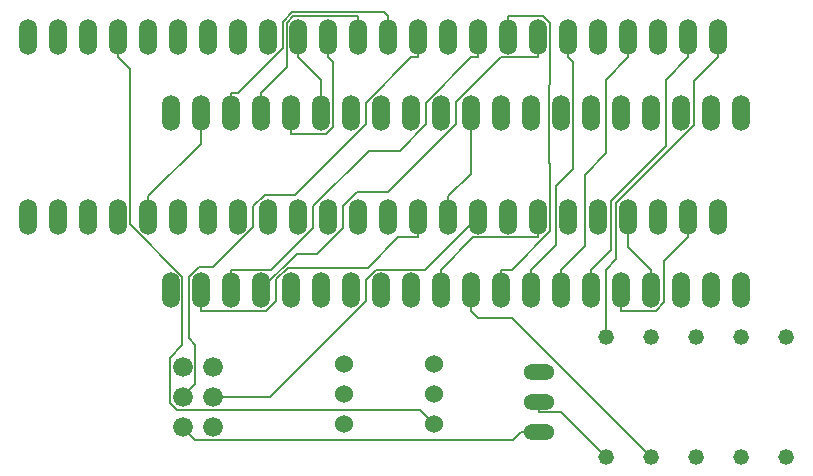
<source format=gbl>
G04 #@! TF.FileFunction,Copper,L2,Bot,Signal*
%FSLAX46Y46*%
G04 Gerber Fmt 4.6, Leading zero omitted, Abs format (unit mm)*
G04 Created by KiCad (PCBNEW 4.0.6) date 06/26/18 14:47:35*
%MOMM*%
%LPD*%
G01*
G04 APERTURE LIST*
%ADD10C,0.100000*%
%ADD11C,1.524000*%
%ADD12O,2.641600X1.320800*%
%ADD13C,1.320800*%
%ADD14C,1.676400*%
%ADD15O,1.506220X3.014980*%
%ADD16C,0.152400*%
G04 APERTURE END LIST*
D10*
D11*
X144780000Y-118745000D03*
X144780000Y-116205000D03*
X144780000Y-121285000D03*
X152400000Y-121285000D03*
X152400000Y-118745000D03*
X152400000Y-116205000D03*
D12*
X161290000Y-119380000D03*
X161290000Y-116840000D03*
X161290000Y-121920000D03*
D13*
X182156000Y-113894000D03*
X182156000Y-124054000D03*
X178346000Y-113894000D03*
X178346000Y-124054000D03*
X174536000Y-113894000D03*
X174536000Y-124054000D03*
X170726000Y-124054000D03*
X170726000Y-113894000D03*
X166916000Y-113894000D03*
X166916000Y-124054000D03*
D14*
X131086000Y-121514000D03*
X131086000Y-118974000D03*
X131086000Y-116434000D03*
X133626000Y-121514000D03*
X133626000Y-118974000D03*
X133626000Y-116434000D03*
D15*
X130086000Y-109957000D03*
X132626000Y-109957000D03*
X135166000Y-109957000D03*
X137706000Y-109957000D03*
X140246000Y-109957000D03*
X142786000Y-109957000D03*
X145326000Y-109957000D03*
X147866000Y-109957000D03*
X150406000Y-109957000D03*
X152946000Y-109957000D03*
X155486000Y-109957000D03*
X158026000Y-109957000D03*
X160566000Y-109957000D03*
X163106000Y-109957000D03*
X165646000Y-109957000D03*
X168186000Y-109957000D03*
X170726000Y-109957000D03*
X173266000Y-109957000D03*
X175806000Y-109957000D03*
X178346000Y-109957000D03*
X178346000Y-94971000D03*
X175806000Y-94971000D03*
X173266000Y-94971000D03*
X170726000Y-94971000D03*
X168186000Y-94971000D03*
X165646000Y-94971000D03*
X163106000Y-94971000D03*
X160566000Y-94971000D03*
X158026000Y-94971000D03*
X155486000Y-94971000D03*
X152946000Y-94971000D03*
X150406000Y-94971000D03*
X147866000Y-94971000D03*
X145326000Y-94971000D03*
X142786000Y-94971000D03*
X140246000Y-94971000D03*
X137706000Y-94971000D03*
X135166000Y-94971000D03*
X132626000Y-94971000D03*
X130086000Y-94971000D03*
X118021000Y-103733600D03*
X120561000Y-103733600D03*
X123101000Y-103733600D03*
X125641000Y-103733600D03*
X128181000Y-103733600D03*
X130721000Y-103733600D03*
X133261000Y-103733600D03*
X135801000Y-103733600D03*
X138341000Y-103733600D03*
X140881000Y-103733600D03*
X143421000Y-103733600D03*
X145961000Y-103733600D03*
X148501000Y-103733600D03*
X151041000Y-103733600D03*
X153581000Y-103733600D03*
X156121000Y-103733600D03*
X158661000Y-103733600D03*
X161201000Y-103733600D03*
X163741000Y-103733600D03*
X166281000Y-103733600D03*
X168821000Y-103733600D03*
X171361000Y-103733600D03*
X173901000Y-103733600D03*
X176441000Y-103733600D03*
X176441000Y-88493600D03*
X173901000Y-88493600D03*
X171361000Y-88493600D03*
X168821000Y-88493600D03*
X166281000Y-88493600D03*
X163741000Y-88493600D03*
X161201000Y-88493600D03*
X158661000Y-88493600D03*
X156121000Y-88493600D03*
X153581000Y-88493600D03*
X151041000Y-88493600D03*
X148501000Y-88493600D03*
X145961000Y-88493600D03*
X143421000Y-88493600D03*
X140881000Y-88493600D03*
X138341000Y-88493600D03*
X135801000Y-88493600D03*
X133261000Y-88493600D03*
X130721000Y-88493600D03*
X128181000Y-88493600D03*
X125641000Y-88493600D03*
X123101000Y-88493600D03*
X120561000Y-88493600D03*
X118021000Y-88493600D03*
D16*
X153581000Y-103733600D02*
X153581000Y-101997200D01*
X155486000Y-109957000D02*
X155486000Y-111693400D01*
X159008400Y-112336400D02*
X170726000Y-124054000D01*
X156129000Y-112336400D02*
X159008400Y-112336400D01*
X155486000Y-111693400D02*
X156129000Y-112336400D01*
X155486000Y-100092200D02*
X155486000Y-94971000D01*
X153581000Y-101997200D02*
X155486000Y-100092200D01*
X174428000Y-92243000D02*
X176441000Y-90230000D01*
X174428000Y-95952500D02*
X174428000Y-92243000D01*
X167811500Y-102569000D02*
X174428000Y-95952500D01*
X167811500Y-107325000D02*
X167811500Y-102569000D01*
X166916000Y-108220500D02*
X167811500Y-107325000D01*
X166916000Y-113894000D02*
X166916000Y-108220500D01*
X176441000Y-88493600D02*
X176441000Y-90230000D01*
X159065200Y-122595100D02*
X159740300Y-121920000D01*
X132167100Y-122595100D02*
X159065200Y-122595100D01*
X131086000Y-121514000D02*
X132167100Y-122595100D01*
X161290000Y-121920000D02*
X159740300Y-121920000D01*
X163131300Y-120269300D02*
X161290000Y-120269300D01*
X166916000Y-124054000D02*
X163131300Y-120269300D01*
X161290000Y-119380000D02*
X161290000Y-120269300D01*
X151199600Y-120084600D02*
X152400000Y-121285000D01*
X130594300Y-120084600D02*
X151199600Y-120084600D01*
X130018400Y-119508700D02*
X130594300Y-120084600D01*
X130018400Y-115672600D02*
X130018400Y-119508700D01*
X131078600Y-114612400D02*
X130018400Y-115672600D01*
X131078600Y-108793100D02*
X131078600Y-114612400D01*
X126623000Y-104337500D02*
X131078600Y-108793100D01*
X126623000Y-91212000D02*
X126623000Y-104337500D01*
X125641000Y-90230000D02*
X126623000Y-91212000D01*
X125641000Y-88493600D02*
X125641000Y-90230000D01*
X132168100Y-117891900D02*
X131086000Y-118974000D01*
X132168100Y-114586800D02*
X132168100Y-117891900D01*
X131604500Y-114023200D02*
X132168100Y-114586800D01*
X131604500Y-108828500D02*
X131604500Y-114023200D01*
X132437900Y-107995100D02*
X131604500Y-108828500D01*
X133686800Y-107995100D02*
X132437900Y-107995100D01*
X137071000Y-104610900D02*
X133686800Y-107995100D01*
X137071000Y-102842500D02*
X137071000Y-104610900D01*
X138045100Y-101868400D02*
X137071000Y-102842500D01*
X140602800Y-101868400D02*
X138045100Y-101868400D01*
X146596000Y-95875200D02*
X140602800Y-101868400D01*
X146596000Y-94091000D02*
X146596000Y-95875200D01*
X150457000Y-90230000D02*
X146596000Y-94091000D01*
X151041000Y-90230000D02*
X150457000Y-90230000D01*
X151041000Y-88493600D02*
X151041000Y-90230000D01*
X151634100Y-108220500D02*
X156121000Y-103733600D01*
X147459100Y-108220500D02*
X151634100Y-108220500D01*
X146596000Y-109083600D02*
X147459100Y-108220500D01*
X146596000Y-110894300D02*
X146596000Y-109083600D01*
X138516300Y-118974000D02*
X146596000Y-110894300D01*
X133626000Y-118974000D02*
X138516300Y-118974000D01*
X138170500Y-111693400D02*
X132626000Y-111693400D01*
X138976000Y-110887900D02*
X138170500Y-111693400D01*
X138976000Y-109036600D02*
X138976000Y-110887900D01*
X139983000Y-108029600D02*
X138976000Y-109036600D01*
X146745000Y-108029600D02*
X139983000Y-108029600D01*
X149304600Y-105470000D02*
X146745000Y-108029600D01*
X151041000Y-105470000D02*
X149304600Y-105470000D01*
X151041000Y-103733600D02*
X151041000Y-105470000D01*
X132626000Y-109957000D02*
X132626000Y-111693400D01*
X138603200Y-108220600D02*
X135166000Y-108220600D01*
X142151000Y-104672800D02*
X138603200Y-108220600D01*
X142151000Y-102853200D02*
X142151000Y-104672800D01*
X146876900Y-98127300D02*
X142151000Y-102853200D01*
X149461900Y-98127300D02*
X146876900Y-98127300D01*
X151676000Y-95913200D02*
X149461900Y-98127300D01*
X151676000Y-94091000D02*
X151676000Y-95913200D01*
X155537000Y-90230000D02*
X151676000Y-94091000D01*
X156121000Y-90230000D02*
X155537000Y-90230000D01*
X156121000Y-88493600D02*
X156121000Y-90230000D01*
X135166000Y-109957000D02*
X135166000Y-108220600D01*
X137706000Y-109872300D02*
X137706000Y-109957000D01*
X140735800Y-106842500D02*
X137706000Y-109872300D01*
X142505900Y-106842500D02*
X140735800Y-106842500D01*
X144691000Y-104657400D02*
X142505900Y-106842500D01*
X144691000Y-102851100D02*
X144691000Y-104657400D01*
X145892300Y-101649800D02*
X144691000Y-102851100D01*
X148441400Y-101649800D02*
X145892300Y-101649800D01*
X154216000Y-95875200D02*
X148441400Y-101649800D01*
X154216000Y-94021000D02*
X154216000Y-95875200D01*
X158007000Y-90230000D02*
X154216000Y-94021000D01*
X161201000Y-90230000D02*
X158007000Y-90230000D01*
X161201000Y-88493600D02*
X161201000Y-90230000D01*
X155696600Y-105470000D02*
X152946000Y-108220600D01*
X161201000Y-105470000D02*
X155696600Y-105470000D01*
X161201000Y-103733600D02*
X161201000Y-105470000D01*
X152946000Y-109957000D02*
X152946000Y-108220600D01*
X158936200Y-108220600D02*
X158026000Y-108220600D01*
X162236700Y-104920100D02*
X158936200Y-108220600D01*
X162236700Y-99282800D02*
X162236700Y-104920100D01*
X162092000Y-99138100D02*
X162236700Y-99282800D01*
X162092000Y-92623500D02*
X162092000Y-99138100D01*
X162200300Y-92515200D02*
X162092000Y-92623500D01*
X162200300Y-87329800D02*
X162200300Y-92515200D01*
X161627700Y-86757200D02*
X162200300Y-87329800D01*
X158661000Y-86757200D02*
X161627700Y-86757200D01*
X158661000Y-88493600D02*
X158661000Y-86757200D01*
X158026000Y-109957000D02*
X158026000Y-108220600D01*
X162686700Y-106099900D02*
X160566000Y-108220600D01*
X162686700Y-101111200D02*
X162686700Y-106099900D01*
X164137900Y-99660000D02*
X162686700Y-101111200D01*
X164137900Y-90626900D02*
X164137900Y-99660000D01*
X163741000Y-90230000D02*
X164137900Y-90626900D01*
X163741000Y-88493600D02*
X163741000Y-90230000D01*
X160566000Y-109957000D02*
X160566000Y-108220600D01*
X168821000Y-88493600D02*
X168821000Y-90230000D01*
X163106000Y-109957000D02*
X163106000Y-108220600D01*
X165119000Y-106207600D02*
X163106000Y-108220600D01*
X165119000Y-100162000D02*
X165119000Y-106207600D01*
X166916000Y-98365000D02*
X165119000Y-100162000D01*
X166916000Y-92135000D02*
X166916000Y-98365000D01*
X168821000Y-90230000D02*
X166916000Y-92135000D01*
X173901000Y-88493600D02*
X173901000Y-90230000D01*
X165646000Y-109957000D02*
X165646000Y-108220600D01*
X167354000Y-106512600D02*
X165646000Y-108220600D01*
X167354000Y-102381800D02*
X167354000Y-106512600D01*
X171996000Y-97739800D02*
X167354000Y-102381800D01*
X171996000Y-92135000D02*
X171996000Y-97739800D01*
X173901000Y-90230000D02*
X171996000Y-92135000D01*
X171888000Y-107483000D02*
X173901000Y-105470000D01*
X171888000Y-110943100D02*
X171888000Y-107483000D01*
X171137700Y-111693400D02*
X171888000Y-110943100D01*
X168186000Y-111693400D02*
X171137700Y-111693400D01*
X168186000Y-109957000D02*
X168186000Y-111693400D01*
X173901000Y-103733600D02*
X173901000Y-105470000D01*
X168821000Y-106315600D02*
X170726000Y-108220600D01*
X168821000Y-103733600D02*
X168821000Y-106315600D01*
X170726000Y-109957000D02*
X170726000Y-108220600D01*
X142786000Y-92135000D02*
X142786000Y-94971000D01*
X140881000Y-90230000D02*
X142786000Y-92135000D01*
X140881000Y-88493600D02*
X140881000Y-90230000D01*
X143202400Y-96707400D02*
X140246000Y-96707400D01*
X143784900Y-96124900D02*
X143202400Y-96707400D01*
X143784900Y-90593900D02*
X143784900Y-96124900D01*
X143421000Y-90230000D02*
X143784900Y-90593900D01*
X143421000Y-88493600D02*
X143421000Y-90230000D01*
X140246000Y-94971000D02*
X140246000Y-96707400D01*
X139898900Y-91041700D02*
X137706000Y-93234600D01*
X139898900Y-87326900D02*
X139898900Y-91041700D01*
X140468600Y-86757200D02*
X139898900Y-87326900D01*
X145961000Y-86757200D02*
X140468600Y-86757200D01*
X145961000Y-88493600D02*
X145961000Y-86757200D01*
X137706000Y-94971000D02*
X137706000Y-93234600D01*
X135788700Y-93234600D02*
X135166000Y-93234600D01*
X139548700Y-89474600D02*
X135788700Y-93234600D01*
X139548700Y-87245400D02*
X139548700Y-89474600D01*
X140367900Y-86426200D02*
X139548700Y-87245400D01*
X148170000Y-86426200D02*
X140367900Y-86426200D01*
X148501000Y-86757200D02*
X148170000Y-86426200D01*
X148501000Y-88493600D02*
X148501000Y-86757200D01*
X135166000Y-94971000D02*
X135166000Y-93234600D01*
X132626000Y-97552200D02*
X132626000Y-94971000D01*
X128181000Y-101997200D02*
X132626000Y-97552200D01*
X128181000Y-103733600D02*
X128181000Y-101997200D01*
M02*

</source>
